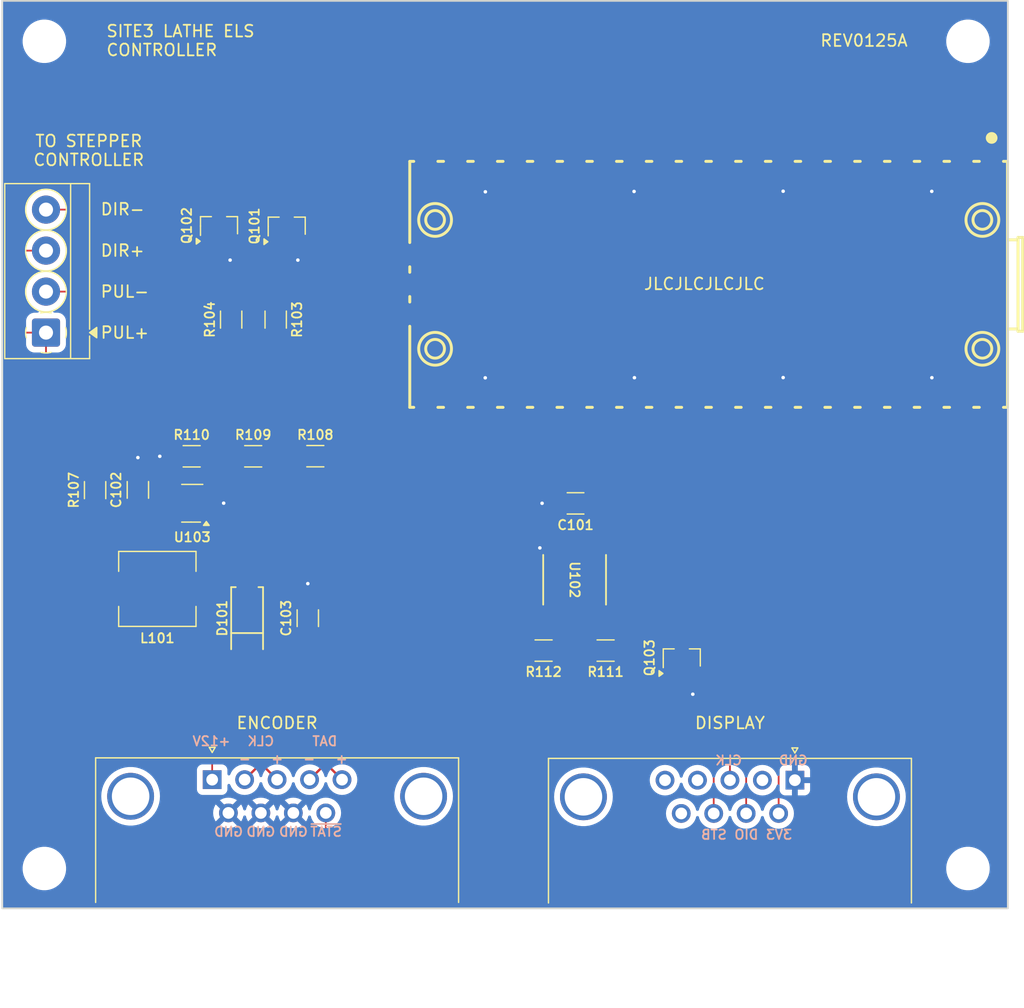
<source format=kicad_pcb>
(kicad_pcb (version 20240108) (generator "pcbnew") (generator_version "8.0")
  (layers (0 "F.Cu" signal) (31 "B.Cu" signal) (34 "B.Paste" user) (35 "F.Paste" user) (36 "B.SilkS" user "B.Silkscreen") (37 "F.SilkS" user "F.Silkscreen") (38 "B.Mask" user) (39 "F.Mask" user) (44 "Edge.Cuts" user))
  (net 0 "")
  (net 1 "+3.3V")
  (net 2 "GND")
  (net 3 "+5V")
  (net 4 "+12V")
  (net 5 "Net-(D101-A)")
  (net 6 "/DIS_DIO")
  (net 7 "/DIS_STB")
  (net 8 "/DIS_CLK")
  (net 9 "/ENC_DAT-")
  (net 10 "/ENC_CLK-")
  (net 11 "/ENC_CLK+")
  (net 12 "/~{ENC_STAT}")
  (net 13 "/ENC_DAT+")
  (net 14 "/STP_PUL-")
  (net 15 "/STP_DIR-")
  (net 16 "Net-(Q101-G)")
  (net 17 "Net-(Q102-G)")
  (net 18 "Net-(Q103-D)")
  (net 19 "Net-(U101-GP21)")
  (net 20 "Net-(U101-GP22)")
  (net 21 "Net-(U103-EN)")
  (net 22 "Net-(R108-Pad2)")
  (net 23 "Net-(U103-FB)")
  (net 30 "/ENC_DAT")
  (net 37 "/ENC_CLK")
  (footprint "Resistor_SMD:R_1206_3216Metric_Pad1.30x1.75mm_HandSolder" (layer "F.Cu") (at 160.14 117.50585)
    (property "Reference" "R112" (at 0 1.82 0) (layer "F.SilkS") (effects (font (size 0.8 0.8))))
    (property "Value" "120R" (hide yes))
    (pad "1" smd roundrect (at -1.55 0) (size 1.3 1.75) (layers "F.Cu" "F.Paste" "F.Mask") (roundrect_rratio 0.192308) (net 11 "/ENC_CLK+"))
    (pad "2" smd roundrect (at 1.55 0) (size 1.3 1.75) (layers "F.Cu" "F.Paste" "F.Mask") (roundrect_rratio 0.192308) (net 10 "/ENC_CLK-"))
  )
  (footprint "Capacitor_SMD:C_1206_3216Metric_Pad1.33x1.80mm_HandSolder" (layer "F.Cu") (at 125.52 103.7875 90)
    (property "Reference" "C102" (at 0 -1.85 90) (layer "F.SilkS") (effects (font (size 0.8 0.8))))
    (property "Value" "22µ" (hide yes))
    (pad "1" smd roundrect (at -1.5625 0 90) (size 1.325 1.8) (layers "F.Cu" "F.Paste" "F.Mask") (roundrect_rratio 0.188679) (net 3 "+5V"))
    (pad "2" smd roundrect (at 1.5625 0 90) (size 1.325 1.8) (layers "F.Cu" "F.Paste" "F.Mask") (roundrect_rratio 0.188679) (net 2 "GND"))
  )
  (footprint "Package_TO_SOT_SMD:SOT-23-6_Handsoldering" (layer "F.Cu") (at 130.16 104.9275 180)
    (property "Reference" "U103" (at 0 -2.9 0) (layer "F.SilkS") (effects (font (size 0.8 0.8))))
    (property "Value" "SDB628" (hide yes))
    (pad "1" smd roundrect (at -1.35 -0.95 180) (size 1.56 0.65) (layers "F.Cu" "F.Paste" "F.Mask") (net 5 "Net-(D101-A)"))
    (pad "2" smd roundrect (at -1.35 0 180) (size 1.56 0.65) (layers "F.Cu" "F.Paste" "F.Mask") (net 2 "GND"))
    (pad "3" smd roundrect (at -1.35 0.95 180) (size 1.56 0.65) (layers "F.Cu" "F.Paste" "F.Mask") (net 23 "Net-(U103-FB)"))
    (pad "4" smd roundrect (at 1.35 0.95 180) (size 1.56 0.65) (layers "F.Cu" "F.Paste" "F.Mask") (net 21 "Net-(U103-EN)"))
    (pad "5" smd roundrect (at 1.35 0 180) (size 1.56 0.65) (layers "F.Cu" "F.Paste" "F.Mask") (net 3 "+5V"))
    (pad "6" smd roundrect (at 1.35 -0.95 180) (size 1.56 0.65) (layers "F.Cu" "F.Paste" "F.Mask"))
  )
  (footprint "easyeda2kicad:COMM-SMD_L51.0-W21.0-P2.54_SC0916" (layer "F.Cu") (at 173.91 86.24 180)
    (property "Reference" "U101" (hide yes))
    (property "Value" "PI PICO" (hide yes))
    (pad "1" smd rect (at -24.45 10.09 180) (size 1.6 3.2) (layers "F.Cu" "F.Paste" "F.Mask"))
    (pad "2" smd rect (at -21.91 10.09 180) (size 1.6 3.2) (layers "F.Cu" "F.Paste" "F.Mask"))
    (pad "3" smd rect (at -19.37 10.09 180) (size 1.6 3.2) (layers "F.Cu" "F.Paste" "F.Mask") (net 2 "GND"))
    (pad "4" smd rect (at -16.83 10.09 180) (size 1.6 3.2) (layers "F.Cu" "F.Paste" "F.Mask"))
    (pad "5" smd rect (at -14.29 10.09 180) (size 1.6 3.2) (layers "F.Cu" "F.Paste" "F.Mask"))
    (pad "6" smd rect (at -11.75 10.09 180) (size 1.6 3.2) (layers "F.Cu" "F.Paste" "F.Mask"))
    (pad "7" smd rect (at -9.21 10.09 180) (size 1.6 3.2) (layers "F.Cu" "F.Paste" "F.Mask"))
    (pad "8" smd rect (at -6.67 10.09 180) (size 1.6 3.2) (layers "F.Cu" "F.Paste" "F.Mask") (net 2 "GND"))
    (pad "9" smd rect (at -4.13 10.09 180) (size 1.6 3.2) (layers "F.Cu" "F.Paste" "F.Mask"))
    (pad "10" smd rect (at -1.59 10.09 180) (size 1.6 3.2) (layers "F.Cu" "F.Paste" "F.Mask"))
    (pad "11" smd rect (at 0.95 10.09 180) (size 1.6 3.2) (layers "F.Cu" "F.Paste" "F.Mask"))
    (pad "12" smd rect (at 3.49 10.09 180) (size 1.6 3.2) (layers "F.Cu" "F.Paste" "F.Mask"))
    (pad "13" smd rect (at 6.03 10.09 180) (size 1.6 3.2) (layers "F.Cu" "F.Paste" "F.Mask") (net 2 "GND"))
    (pad "14" smd rect (at 8.57 10.09 180) (size 1.6 3.2) (layers "F.Cu" "F.Paste" "F.Mask"))
    (pad "15" smd rect (at 11.11 10.09 180) (size 1.6 3.2) (layers "F.Cu" "F.Paste" "F.Mask"))
    (pad "16" smd rect (at 13.65 10.09 180) (size 1.6 3.2) (layers "F.Cu" "F.Paste" "F.Mask"))
    (pad "17" smd rect (at 16.19 10.09 180) (size 1.6 3.2) (layers "F.Cu" "F.Paste" "F.Mask"))
    (pad "18" smd rect (at 18.73 10.09 180) (size 1.6 3.2) (layers "F.Cu" "F.Paste" "F.Mask") (net 2 "GND"))
    (pad "19" smd rect (at 21.27 10.09 180) (size 1.6 3.2) (layers "F.Cu" "F.Paste" "F.Mask"))
    (pad "20" smd rect (at 23.81 10.09 180) (size 1.6 3.2) (layers "F.Cu" "F.Paste" "F.Mask"))
    (pad "21" smd rect (at 23.81 -10.09 180) (size 1.6 3.2) (layers "F.Cu" "F.Paste" "F.Mask") (net 30 "/ENC_DAT"))
    (pad "22" smd rect (at 21.27 -10.09 180) (size 1.6 3.2) (layers "F.Cu" "F.Paste" "F.Mask"))
    (pad "23" smd rect (at 18.73 -10.09 180) (size 1.6 3.2) (layers "F.Cu" "F.Paste" "F.Mask") (net 2 "GND"))
    (pad "24" smd rect (at 16.19 -10.09 180) (size 1.6 3.2) (layers "F.Cu" "F.Paste" "F.Mask") (net 37 "/ENC_CLK"))
    (pad "25" smd rect (at 13.65 -10.09 180) (size 1.6 3.2) (layers "F.Cu" "F.Paste" "F.Mask"))
    (pad "26" smd rect (at 11.11 -10.09 180) (size 1.6 3.2) (layers "F.Cu" "F.Paste" "F.Mask") (net 18 "Net-(Q103-D)"))
    (pad "27" smd rect (at 8.57 -10.09 180) (size 1.6 3.2) (layers "F.Cu" "F.Paste" "F.Mask") (net 19 "Net-(U101-GP21)"))
    (pad "28" smd rect (at 6.03 -10.09 180) (size 1.6 3.2) (layers "F.Cu" "F.Paste" "F.Mask") (net 2 "GND"))
    (pad "29" smd rect (at 3.49 -10.09 180) (size 1.6 3.2) (layers "F.Cu" "F.Paste" "F.Mask") (net 20 "Net-(U101-GP22)"))
    (pad "30" smd rect (at 0.95 -10.09 180) (size 1.6 3.2) (layers "F.Cu" "F.Paste" "F.Mask"))
    (pad "31" smd rect (at -1.59 -10.09 180) (size 1.6 3.2) (layers "F.Cu" "F.Paste" "F.Mask") (net 7 "/DIS_STB"))
    (pad "32" smd rect (at -4.13 -10.09 180) (size 1.6 3.2) (layers "F.Cu" "F.Paste" "F.Mask") (net 8 "/DIS_CLK"))
    (pad "33" smd rect (at -6.67 -10.09 180) (size 1.6 3.2) (layers "F.Cu" "F.Paste" "F.Mask") (net 2 "GND"))
    (pad "34" smd rect (at -9.21 -10.09 180) (size 1.6 3.2) (layers "F.Cu" "F.Paste" "F.Mask") (net 6 "/DIS_DIO"))
    (pad "35" smd rect (at -11.75 -10.09 180) (size 1.6 3.2) (layers "F.Cu" "F.Paste" "F.Mask"))
    (pad "36" smd rect (at -14.29 -10.09 180) (size 1.6 3.2) (layers "F.Cu" "F.Paste" "F.Mask") (net 1 "+3.3V"))
    (pad "37" smd rect (at -16.83 -10.09 180) (size 1.6 3.2) (layers "F.Cu" "F.Paste" "F.Mask"))
    (pad "38" smd rect (at -19.37 -10.09 180) (size 1.6 3.2) (layers "F.Cu" "F.Paste" "F.Mask") (net 2 "GND"))
    (pad "39" smd rect (at -21.91 -10.09 180) (size 1.6 3.2) (layers "F.Cu" "F.Paste" "F.Mask"))
    (pad "40" smd rect (at -24.45 -10.09 180) (size 1.6 3.2) (layers "F.Cu" "F.Paste" "F.Mask") (net 3 "+5V"))
    (pad "41" smd rect (at 24.61 2.54 270) (size 1.6 3.2) (layers "F.Cu" "F.Paste" "F.Mask"))
    (pad "42" smd rect (at 24.61 0 270) (size 1.6 3.2) (layers "F.Cu" "F.Paste" "F.Mask"))
    (pad "43" smd rect (at 24.61 -2.54 270) (size 1.6 3.2) (layers "F.Cu" "F.Paste" "F.Mask"))
    (pad "TP1" smd rect (at -21.31 0 180) (size 1.5 1.5) (layers "F.Cu" "F.Paste" "F.Mask"))
    (pad "TP2" smd rect (at -24.61 -1 180) (size 1.5 1.5) (layers "F.Cu" "F.Paste" "F.Mask"))
    (pad "TP3" smd rect (at -24.61 1 180) (size 1.5 1.5) (layers "F.Cu" "F.Paste" "F.Mask"))
    (pad "TP4" smd rect (at -17.82 2.5 180) (size 1.5 1.5) (layers "F.Cu" "F.Paste" "F.Mask"))
    (pad "TP5" smd rect (at -15.19 2.5 180) (size 1.5 1.5) (layers "F.Cu" "F.Paste" "F.Mask"))
    (pad "TP6" smd rect (at -12.82 2.5 180) (size 1.5 1.5) (layers "F.Cu" "F.Paste" "F.Mask"))
  )
  (footprint "MountingHole:MountingHole_3.2mm_M3" (layer "F.Cu") (at 117.54 65.49)
    (property "Reference" "REF**" (hide yes))
    (property "Value" "MountingHole_3.2mm_M3" (hide yes))
    (pad "" np_thru_hole circle (at 0 0) (size 3.2 3.2) (drill 3.2) (layers "*.Cu" "*.Mask"))
  )
  (footprint "footprints:SO1SOP-8-A_TPK" (layer "F.Cu") (at 162.785 111.46 -90)
    (property "Reference" "U102" (at 0 0 -90) (layer "F.SilkS") (effects (font (size 0.8 0.8))))
    (property "Value" "TPT480L1-SO1R" (hide yes))
    (pad "1" smd rect (at -2.72415 -1.905 270) (size 1.4605 0.5588) (layers "F.Cu" "F.Paste" "F.Mask") (net 1 "+3.3V"))
    (pad "2" smd rect (at -2.72415 -0.635 270) (size 1.4605 0.5588) (layers "F.Cu" "F.Paste" "F.Mask") (net 30 "/ENC_DAT"))
    (pad "3" smd rect (at -2.72415 0.635 270) (size 1.4605 0.5588) (layers "F.Cu" "F.Paste" "F.Mask") (net 37 "/ENC_CLK"))
    (pad "4" smd rect (at -2.72415 1.905 270) (size 1.4605 0.5588) (layers "F.Cu" "F.Paste" "F.Mask") (net 2 "GND"))
    (pad "5" smd rect (at 2.72415 1.905 270) (size 1.4605 0.5588) (layers "F.Cu" "F.Paste" "F.Mask") (net 11 "/ENC_CLK+"))
    (pad "6" smd rect (at 2.72415 0.635 270) (size 1.4605 0.5588) (layers "F.Cu" "F.Paste" "F.Mask") (net 10 "/ENC_CLK-"))
    (pad "7" smd rect (at 2.72415 -0.635 270) (size 1.4605 0.5588) (layers "F.Cu" "F.Paste" "F.Mask") (net 9 "/ENC_DAT-"))
    (pad "8" smd rect (at 2.72415 -1.905 270) (size 1.4605 0.5588) (layers "F.Cu" "F.Paste" "F.Mask") (net 13 "/ENC_DAT+"))
  )
  (footprint "Package_TO_SOT_SMD:SOT-23_Handsoldering" (layer "F.Cu") (at 171.93 118.12 90)
    (property "Reference" "Q103" (at 0 -2.75 90) (layer "F.SilkS") (effects (font (size 0.8 0.8))))
    (property "Value" "SI2302" (hide yes))
    (pad "1" smd roundrect (at -1.5 -0.95 90) (size 1.9 0.8) (layers "F.Cu" "F.Paste" "F.Mask") (net 12 "/~{ENC_STAT}"))
    (pad "2" smd roundrect (at -1.5 0.95 90) (size 1.9 0.8) (layers "F.Cu" "F.Paste" "F.Mask") (net 2 "GND"))
    (pad "3" smd roundrect (at 1.5 0 90) (size 1.9 0.8) (layers "F.Cu" "F.Paste" "F.Mask") (net 18 "Net-(Q103-D)"))
  )
  (footprint "Resistor_SMD:R_1206_3216Metric_Pad1.30x1.75mm_HandSolder" (layer "F.Cu") (at 133.48 89.25 90)
    (property "Reference" "R104" (at 0 -1.82 90) (layer "F.SilkS") (effects (font (size 0.8 0.8))))
    (property "Value" "100R" (hide yes))
    (pad "1" smd roundrect (at -1.55 0 90) (size 1.3 1.75) (layers "F.Cu" "F.Paste" "F.Mask") (roundrect_rratio 0.192308) (net 19 "Net-(U101-GP21)"))
    (pad "2" smd roundrect (at 1.55 0 90) (size 1.3 1.75) (layers "F.Cu" "F.Paste" "F.Mask") (roundrect_rratio 0.192308) (net 17 "Net-(Q102-G)"))
  )
  (footprint "Capacitor_SMD:C_1206_3216Metric_Pad1.33x1.80mm_HandSolder" (layer "F.Cu") (at 162.865 104.94 180)
    (property "Reference" "C101" (at 0 -1.85 0) (layer "F.SilkS") (effects (font (size 0.8 0.8))))
    (property "Value" "100n" (hide yes))
    (pad "1" smd roundrect (at -1.5625 0 180) (size 1.325 1.8) (layers "F.Cu" "F.Paste" "F.Mask") (roundrect_rratio 0.188679) (net 1 "+3.3V"))
    (pad "2" smd roundrect (at 1.5625 0 180) (size 1.325 1.8) (layers "F.Cu" "F.Paste" "F.Mask") (roundrect_rratio 0.188679) (net 2 "GND"))
  )
  (footprint "Resistor_SMD:R_1206_3216Metric_Pad1.30x1.75mm_HandSolder" (layer "F.Cu") (at 135.36 100.92 180)
    (property "Reference" "R109" (at 0 1.83 0) (layer "F.SilkS") (effects (font (size 0.8 0.8))))
    (property "Value" "10k" (hide yes))
    (pad "1" smd roundrect (at -1.55 0 180) (size 1.3 1.75) (layers "F.Cu" "F.Paste" "F.Mask") (roundrect_rratio 0.192308) (net 22 "Net-(R108-Pad2)"))
    (pad "2" smd roundrect (at 1.55 0 180) (size 1.3 1.75) (layers "F.Cu" "F.Paste" "F.Mask") (roundrect_rratio 0.192308) (net 23 "Net-(U103-FB)"))
  )
  (footprint "easyeda2kicad:SMA_L4.4-W2.8-LS5.4-R-RD" (layer "F.Cu") (at 134.84 114.74 90)
    (property "Reference" "D101" (at 0 -2.12 90) (layer "F.SilkS") (effects (font (size 0.8 0.8))))
    (property "Value" "SS54" (hide yes))
    (pad "1" smd rect (at 2.5 0 90) (size 2.06 1.54) (layers "F.Cu" "F.Paste" "F.Mask") (net 5 "Net-(D101-A)"))
    (pad "2" smd rect (at -2.5 0 90) (size 2.06 1.54) (layers "F.Cu" "F.Paste" "F.Mask") (net 4 "+12V"))
  )
  (footprint "MountingHole:MountingHole_3.2mm_M3" (layer "F.Cu") (at 196.35 65.49 90)
    (property "Reference" "REF**" (hide yes))
    (property "Value" "MountingHole_3.2mm_M3" (hide yes))
    (pad "" np_thru_hole circle (at 0 0 90) (size 3.2 3.2) (drill 3.2) (layers "*.Cu" "*.Mask"))
  )
  (footprint "Connector_Dsub:DSUB-9_Male_Horizontal_P2.77x2.84mm_EdgePinOffset7.70mm_Housed_MountingHolesOffset9.12mm" (layer "F.Cu") (at 131.86 128.525)
    (property "Reference" "J102" (hide yes))
    (property "Value" "ENCODER")
    (pad "0" thru_hole circle (at -6.96 1.42) (size 4 4) (drill 3.2) (layers "*.Cu" "*.Mask"))
    (pad "0" thru_hole circle (at 18.04 1.42) (size 4 4) (drill 3.2) (layers "*.Cu" "*.Mask"))
    (pad "1" thru_hole rect (at 0 0) (size 1.6 1.6) (drill 1) (layers "*.Cu" "*.Mask") (net 4 "+12V"))
    (pad "2" thru_hole circle (at 2.77 0) (size 1.6 1.6) (drill 1) (layers "*.Cu" "*.Mask") (net 11 "/ENC_CLK+"))
    (pad "3" thru_hole circle (at 5.54 0) (size 1.6 1.6) (drill 1) (layers "*.Cu" "*.Mask") (net 10 "/ENC_CLK-"))
    (pad "4" thru_hole circle (at 8.31 0) (size 1.6 1.6) (drill 1) (layers "*.Cu" "*.Mask") (net 9 "/ENC_DAT-"))
    (pad "5" thru_hole circle (at 11.08 0) (size 1.6 1.6) (drill 1) (layers "*.Cu" "*.Mask") (net 13 "/ENC_DAT+"))
    (pad "6" thru_hole circle (at 1.385 2.84) (size 1.6 1.6) (drill 1) (layers "*.Cu" "*.Mask") (net 2 "GND"))
    (pad "7" thru_hole circle (at 4.155 2.84) (size 1.6 1.6) (drill 1) (layers "*.Cu" "*.Mask") (net 2 "GND"))
    (pad "8" thru_hole circle (at 6.925 2.84) (size 1.6 1.6) (drill 1) (layers "*.Cu" "*.Mask") (net 2 "GND"))
    (pad "9" thru_hole circle (at 9.695 2.84) (size 1.6 1.6) (drill 1) (layers "*.Cu" "*.Mask") (net 12 "/~{ENC_STAT}"))
  )
  (footprint "Resistor_SMD:R_1206_3216Metric_Pad1.30x1.75mm_HandSolder" (layer "F.Cu") (at 130.11 100.92 180)
    (property "Reference" "R110" (at 0 1.83 0) (layer "F.SilkS") (effects (font (size 0.8 0.8))))
    (property "Value" "1k" (hide yes))
    (pad "1" smd roundrect (at -1.55 0 180) (size 1.3 1.75) (layers "F.Cu" "F.Paste" "F.Mask") (roundrect_rratio 0.192308) (net 23 "Net-(U103-FB)"))
    (pad "2" smd roundrect (at 1.55 0 180) (size 1.3 1.75) (layers "F.Cu" "F.Paste" "F.Mask") (roundrect_rratio 0.192308) (net 2 "GND"))
  )
  (footprint "MountingHole:MountingHole_3.2mm_M3" (layer "F.Cu") (at 196.35 136.11)
    (property "Reference" "REF**" (hide yes))
    (property "Value" "MountingHole_3.2mm_M3" (hide yes))
    (pad "" np_thru_hole circle (at 0 0) (size 3.2 3.2) (drill 3.2) (layers "*.Cu" "*.Mask"))
  )
  (footprint "Inductor_SMD:L_6.3x6.3_H3" (layer "F.Cu") (at 127.18 112.24)
    (property "Reference" "L101" (at 0 4.21 0) (layer "F.SilkS") (effects (font (size 0.8 0.8))))
    (property "Value" "10µ" (hide yes))
    (pad "1" smd rect (at -2.75 0) (size 1.5 2.4) (layers "F.Cu" "F.Paste" "F.Mask") (net 3 "+5V"))
    (pad "2" smd rect (at 2.75 0) (size 1.5 2.4) (layers "F.Cu" "F.Paste" "F.Mask") (net 5 "Net-(D101-A)"))
  )
  (footprint "Resistor_SMD:R_1206_3216Metric_Pad1.30x1.75mm_HandSolder" (layer "F.Cu") (at 165.43 117.50585 180)
    (property "Reference" "R111" (at 0 -1.82 0) (layer "F.SilkS") (effects (font (size 0.8 0.8))))
    (property "Value" "120R" (hide yes))
    (pad "1" smd roundrect (at -1.55 0 180) (size 1.3 1.75) (layers "F.Cu" "F.Paste" "F.Mask") (roundrect_rratio 0.192308) (net 13 "/ENC_DAT+"))
    (pad "2" smd roundrect (at 1.55 0 180) (size 1.3 1.75) (layers "F.Cu" "F.Paste" "F.Mask") (roundrect_rratio 0.192308) (net 9 "/ENC_DAT-"))
  )
  (footprint "MountingHole:MountingHole_3.2mm_M3" (layer "F.Cu") (at 117.54 136.11)
    (property "Reference" "REF**" (hide yes))
    (property "Value" "MountingHole_3.2mm_M3" (hide yes))
    (pad "" np_thru_hole circle (at 0 0) (size 3.2 3.2) (drill 3.2) (layers "*.Cu" "*.Mask"))
  )
  (footprint "Capacitor_SMD:C_1206_3216Metric_Pad1.33x1.80mm_HandSolder" (layer "F.Cu") (at 140.02 114.74 90)
    (property "Reference" "C103" (at 0 -1.85 90) (layer "F.SilkS") (effects (font (size 0.8 0.8))))
    (property "Value" "22µ" (hide yes))
    (pad "1" smd roundrect (at -1.5625 0 90) (size 1.325 1.8) (layers "F.Cu" "F.Paste" "F.Mask") (roundrect_rratio 0.188679) (net 4 "+12V"))
    (pad "2" smd roundrect (at 1.5625 0 90) (size 1.325 1.8) (layers "F.Cu" "F.Paste" "F.Mask") (roundrect_rratio 0.188679) (net 2 "GND"))
  )
  (footprint "Package_TO_SOT_SMD:SOT-23_Handsoldering" (layer "F.Cu") (at 132.4425 81.22 90)
    (property "Reference" "Q102" (at 0 -2.75 90) (layer "F.SilkS") (effects (font (size 0.8 0.8))))
    (property "Value" "SI2302" (hide yes))
    (pad "1" smd roundrect (at -1.5 -0.95 90) (size 1.9 0.8) (layers "F.Cu" "F.Paste" "F.Mask") (net 17 "Net-(Q102-G)"))
    (pad "2" smd roundrect (at -1.5 0.95 90) (size 1.9 0.8) (layers "F.Cu" "F.Paste" "F.Mask") (net 2 "GND"))
    (pad "3" smd roundrect (at 1.5 0 90) (size 1.9 0.8) (layers "F.Cu" "F.Paste" "F.Mask") (net 14 "/STP_PUL-"))
  )
  (footprint "TerminalBlock_4Ucon:TerminalBlock_4Ucon_1x04_P3.50mm_Horizontal" (layer "F.Cu") (at 117.68 90.36 90)
    (property "Reference" "J103" (hide yes))
    (property "Value" "STEPPER DRIVER" (hide yes))
    (pad "1" thru_hole roundrect (at 0 0 90) (size 2.4 2.4) (drill 1.2) (layers "*.Cu" "*.Mask") (roundrect_rratio 0.104167) (net 3 "+5V"))
    (pad "2" thru_hole circle (at 3.5 0 90) (size 2.4 2.4) (drill 1.2) (layers "*.Cu" "*.Mask") (net 14 "/STP_PUL-"))
    (pad "3" thru_hole circle (at 7 0 90) (size 2.4 2.4) (drill 1.2) (layers "*.Cu" "*.Mask") (net 3 "+5V"))
    (pad "4" thru_hole circle (at 10.5 0 90) (size 2.4 2.4) (drill 1.2) (layers "*.Cu" "*.Mask") (net 15 "/STP_DIR-"))
  )
  (footprint "Resistor_SMD:R_1206_3216Metric_Pad1.30x1.75mm_HandSolder" (layer "F.Cu") (at 137.28 89.25 90)
    (property "Reference" "R103" (at 0 1.82 90) (layer "F.SilkS") (effects (font (size 0.8 0.8))))
    (property "Value" "100R" (hide yes))
    (pad "1" smd roundrect (at -1.55 0 90) (size 1.3 1.75) (layers "F.Cu" "F.Paste" "F.Mask") (roundrect_rratio 0.192308) (net 20 "Net-(U101-GP22)"))
    (pad "2" smd roundrect (at 1.55 0 90) (size 1.3 1.75) (layers "F.Cu" "F.Paste" "F.Mask") (roundrect_rratio 0.192308) (net 16 "Net-(Q101-G)"))
  )
  (footprint "Resistor_SMD:R_1206_3216Metric_Pad1.30x1.75mm_HandSolder" (layer "F.Cu") (at 140.66 100.91 180)
    (property "Reference" "R108" (at 0 1.82 0) (layer "F.SilkS") (effects (font (size 0.8 0.8))))
    (property "Value" "10k" (hide yes))
    (pad "1" smd roundrect (at -1.55 0 180) (size 1.3 1.75) (layers "F.Cu" "F.Paste" "F.Mask") (roundrect_rratio 0.192308) (net 4 "+12V"))
    (pad "2" smd roundrect (at 1.55 0 180) (size 1.3 1.75) (layers "F.Cu" "F.Paste" "F.Mask") (roundrect_rratio 0.192308) (net 22 "Net-(R108-Pad2)"))
  )
  (footprint "Connector_Dsub:DSUB-9_Female_Horizontal_P2.77x2.84mm_EdgePinOffset7.70mm_Housed_MountingHolesOffset9.12mm" (layer "F.Cu") (at 181.58 128.57)
    (property "Reference" "J101" (hide yes))
    (property "Value" "DISPLAY")
    (pad "0" thru_hole circle (at -18.04 1.42) (size 4 4) (drill 3.2) (layers "*.Cu" "*.Mask"))
    (pad "0" thru_hole circle (at 6.96 1.42) (size 4 4) (drill 3.2) (layers "*.Cu" "*.Mask"))
    (pad "1" thru_hole rect (at 0 0) (size 1.6 1.6) (drill 1) (layers "*.Cu" "*.Mask") (net 2 "GND"))
    (pad "2" thru_hole circle (at -2.77 0) (size 1.6 1.6) (drill 1) (layers "*.Cu" "*.Mask"))
    (pad "3" thru_hole circle (at -5.54 0) (size 1.6 1.6) (drill 1) (layers "*.Cu" "*.Mask") (net 8 "/DIS_CLK"))
    (pad "4" thru_hole circle (at -8.31 0) (size 1.6 1.6) (drill 1) (layers "*.Cu" "*.Mask"))
    (pad "5" thru_hole circle (at -11.08 0) (size 1.6 1.6) (drill 1) (layers "*.Cu" "*.Mask"))
    (pad "6" thru_hole circle (at -1.385 2.84) (size 1.6 1.6) (drill 1) (layers "*.Cu" "*.Mask") (net 1 "+3.3V"))
    (pad "7" thru_hole circle (at -4.155 2.84) (size 1.6 1.6) (drill 1) (layers "*.Cu" "*.Mask") (net 6 "/DIS_DIO"))
    (pad "8" thru_hole circle (at -6.925 2.84) (size 1.6 1.6) (drill 1) (layers "*.Cu" "*.Mask") (net 7 "/DIS_STB"))
    (pad "9" thru_hole circle (at -9.695 2.84) (size 1.6 1.6) (drill 1) (layers "*.Cu" "*.Mask"))
  )
  (footprint "Package_TO_SOT_SMD:SOT-23_Handsoldering" (layer "F.Cu") (at 138.22 81.26 90)
    (property "Reference" "Q101" (at 0 -2.75 90) (layer "F.SilkS") (effects (font (size 0.8 0.8))))
    (property "Value" "SI2302" (hide yes))
    (pad "1" smd roundrect (at -1.5 -0.95 90) (size 1.9 0.8) (layers "F.Cu" "F.Paste" "F.Mask") (net 16 "Net-(Q101-G)"))
    (pad "2" smd roundrect (at -1.5 0.95 90) (size 1.9 0.8) (layers "F.Cu" "F.Paste" "F.Mask") (net 2 "GND"))
    (pad "3" smd roundrect (at 1.5 0 90) (size 1.9 0.8) (layers "F.Cu" "F.Paste" "F.Mask") (net 15 "/STP_DIR-"))
  )
  (footprint "Resistor_SMD:R_1206_3216Metric_Pad1.30x1.75mm_HandSolder" (layer "F.Cu") (at 121.87 103.8075 90)
    (property "Reference" "R107" (at 0 -1.82 90) (layer "F.SilkS") (effects (font (size 0.8 0.8))))
    (property "Value" "10k" (hide yes))
    (pad "1" smd roundrect (at -1.55 0 90) (size 1.3 1.75) (layers "F.Cu" "F.Paste" "F.Mask") (roundrect_rratio 0.192308) (net 3 "+5V"))
    (pad "2" smd roundrect (at 1.55 0 90) (size 1.3 1.75) (layers "F.Cu" "F.Paste" "F.Mask") (roundrect_rratio 0.192308) (net 21 "Net-(U103-EN)"))
  )
  (gr_rect (start 113.95 62.04) (end 199.75 139.51) (stroke (width 0.15)) (fill none) (layer "Edge.Cuts"))
  (gr_text "+12V" (at 131.8 125.71 0) (layer "B.SilkS") (effects (font (size 0.8 0.8)) (justify bottom mirror)))
  (gr_text "STB" (at 174.67 133.69 0) (layer "B.SilkS") (effects (font (size 0.8 0.8)) (justify bottom mirror)))
  (gr_text "3V3" (at 180.22 133.69 0) (layer "B.SilkS") (effects (font (size 0.8 0.8)) (justify bottom mirror)))
  (gr_text "~{STAT}" (at 141.58 133.44 0) (layer "B.SilkS") (effects (font (size 0.8 0.8)) (justify bottom mirror)))
  (gr_text "GND" (at 138.79 133.44 0) (layer "B.SilkS") (effects (font (size 0.8 0.8)) (justify bottom mirror)))
  (gr_text "-" (at 134.64 127.22 0) (layer "B.SilkS") (effects (font (size 0.8 0.8)) (justify bottom mirror)))
  (gr_text "GND" (at 133.26 133.44 0) (layer "B.SilkS") (effects (font (size 0.8 0.8)) (justify bottom mirror)))
  (gr_text "GND" (at 136.01 133.44 0) (layer "B.SilkS") (effects (font (size 0.8 0.8)) (justify bottom mirror)))
  (gr_text "CLK" (at 175.93 127.35 0) (layer "B.SilkS") (effects (font (size 0.8 0.8)) (justify bottom mirror)))
  (gr_text "DAT" (at 141.47 125.71 0) (layer "B.SilkS") (effects (font (size 0.8 0.8)) (justify bottom mirror)))
  (gr_text "GND" (at 181.44 127.35 0) (layer "B.SilkS") (effects (font (size 0.8 0.8)) (justify bottom mirror)))
  (gr_text "DIO" (at 177.44 133.69 0) (layer "B.SilkS") (effects (font (size 0.8 0.8)) (justify bottom mirror)))
  (gr_text "-" (at 140.14 127.22 0) (layer "B.SilkS") (effects (font (size 0.8 0.8)) (justify bottom mirror)))
  (gr_text "CLK" (at 136.01 125.71 0) (layer "B.SilkS") (effects (font (size 0.8 0.8)) (justify bottom mirror)))
  (gr_text "+" (at 142.91 127.22 0) (layer "B.SilkS") (effects (font (size 0.8 0.8)) (justify bottom mirror)))
  (gr_text "+" (at 137.41 127.22 0) (layer "B.SilkS") (effects (font (size 0.8 0.8)) (justify bottom mirror)))
  (gr_text "SITE3 LATHE ELS\nCONTROLLER" (at 122.75 66.82 0) (layer "F.SilkS") (effects (font (size 1 1)) (justify left bottom)))
  (gr_text "PUL+" (at 122.26 90.36 0) (layer "F.SilkS") (effects (font (size 1 1)) (justify left)))
  (gr_text "TO STEPPER\nCONTROLLER" (at 121.33 76.2 0) (layer "F.SilkS") (effects (font (size 1 1)) (justify bottom)))
  (gr_text "REV0125A" (at 191.29 66.015028 0) (layer "F.SilkS") (effects (font (size 1 1)) (justify right bottom)))
  (gr_text "PUL-" (at 122.26 86.86 0) (layer "F.SilkS") (effects (font (size 1 1)) (justify left)))
  (gr_text "DIR+" (at 122.26 83.36 0) (layer "F.SilkS") (effects (font (size 1 1)) (justify left)))
  (gr_text "ENCODER" (at 137.4 124.27 0) (layer "F.SilkS") (effects (font (size 1 1)) (justify bottom)))
  (gr_text "DIR-" (at 122.26 79.83 0) (layer "F.SilkS") (effects (font (size 1 1)) (justify left)))
  (gr_text "JLCJLCJLCJLC" (at 173.86 86.2 0) (layer "F.SilkS") (effects (font (size 1 1))))
  (gr_text "DISPLAY" (at 176.04 124.27 0) (layer "F.SilkS") (effects (font (size 1 1)) (justify bottom)))
  (segment (start 171.68 104.34) (end 171.08 104.94) (width 0.15) (layer "F.Cu") (net 1))
  (segment (start 187.3 99.85) (end 187.38 99.85) (width 0.15) (layer "F.Cu") (net 1))
  (segment (start 181.61 99.85) (end 185.71 99.85) (width 0.15) (layer "F.Cu") (net 1))
  (segment (start 180.195 121.96) (end 180.875 121.28) (width 0.15) (layer "F.Cu") (net 1))
  (segment (start 171.08 104.94) (end 164.4275 104.94) (width 0.15) (layer "F.Cu") (net 1))
  (segment (start 187.41 93.34) (end 172.55 93.34) (width 0.15) (layer "F.Cu") (net 1))
  (segment (start 171.68 94.21) (end 171.68 104.34) (width 0.15) (layer "F.Cu") (net 1))
  (segment (start 187.1 99.85) (end 187.3 99.85) (width 0.15) (layer "F.Cu") (net 1))
  (segment (start 185.71 99.85) (end 187.1 99.85) (width 0.15) (layer "F.Cu") (net 1))
  (segment (start 180.875 121.28) (end 180.875 100.585) (width 0.15) (layer "F.Cu") (net 1))
  (segment (start 180.195 131.41) (end 180.195 121.96) (width 0.15) (layer "F.Cu") (net 1))
  (segment (start 164.69 106.93) (end 164.69 108.73585) (width 0.15) (layer "F.Cu") (net 1))
  (segment (start 188.2 94.13) (end 187.41 93.34) (width 0.15) (layer "F.Cu") (net 1))
  (segment (start 188.2 99.03) (end 188.2 96.33) (width 0.15) (layer "F.Cu") (net 1))
  (segment (start 164.4275 106.6675) (end 164.69 106.93) (width 0.15) (layer "F.Cu") (net 1))
  (segment (start 172.55 93.34) (end 171.68 94.21) (width 0.15) (layer "F.Cu") (net 1))
  (segment (start 187.3 99.85) (end 185.71 99.85) (width 0.15) (layer "F.Cu") (net 1))
  (segment (start 180.875 100.585) (end 181.61 99.85) (width 0.15) (layer "F.Cu") (net 1))
  (segment (start 164.4275 104.94) (end 164.4275 106.6675) (width 0.15) (layer "F.Cu") (net 1))
  (segment (start 188.2 96.33) (end 188.2 94.13) (width 0.15) (layer "F.Cu") (net 1))
  (segment (start 187.38 99.85) (end 188.2 99.03) (width 0.15) (layer "F.Cu") (net 1))
  (segment (start 131.51 104.9275) (end 132.8325 104.9275) (width 0.15) (layer "F.Cu") (net 2))
  (segment (start 125.52 102.225) (end 125.52 101.03) (width 0.15) (layer "F.Cu") (net 2))
  (segment (start 193.28 76.15) (end 193.28 78.28) (width 0.15) (layer "F.Cu") (net 2))
  (segment (start 172.88 119.62) (end 172.88 121.22) (width 0.15) (layer "F.Cu") (net 2))
  (segment (start 180.58 76.15) (end 180.58 78.29) (width 0.15) (layer "F.Cu") (net 2))
  (segment (start 167.88 78.29) (end 167.86 78.31) (width 0.15) (layer "F.Cu") (net 2))
  (segment (start 167.88 96.33) (end 167.88 94.22) (width 0.15) (layer "F.Cu") (net 2))
  (segment (start 139.17 82.76) (end 139.17 84.17) (width 0.15) (layer "F.Cu") (net 2))
  (segment (start 133.3925 82.72) (end 133.3925 84.1675) (width 0.15) (layer "F.Cu") (net 2))
  (segment (start 128.56 100.92) (end 127.39 100.92) (width 0.15) (layer "F.Cu") (net 2))
  (segment (start 193.28 94.22) (end 193.27 94.21) (width 0.15) (layer "F.Cu") (net 2))
  (segment (start 133.3925 84.1675) (end 133.39 84.17) (width 0.15) (layer "F.Cu") (net 2))
  (segment (start 159.82415 108.73585) (end 159.82 108.74) (width 0.15) (layer "F.Cu") (net 2))
  (segment (start 167.88 76.15) (end 167.88 78.29) (width 0.15) (layer "F.Cu") (net 2))
  (segment (start 161.3025 104.94) (end 160.02 104.94) (width 0.15) (layer "F.Cu") (net 2))
  (segment (start 180.58 96.33) (end 180.58 94.2) (width 0.15) (layer "F.Cu") (net 2))
  (segment (start 160.02 104.94) (end 160.01 104.93) (width 0.15) (layer "F.Cu") (net 2))
  (segment (start 193.28 78.28) (end 193.26 78.3) (width 0.15) (layer "F.Cu") (net 2))
  (segment (start 167.88 94.22) (end 167.89 94.21) (width 0.15) (layer "F.Cu") (net 2))
  (segment (start 172.88 121.22) (end 172.87 121.23) (width 0.15) (layer "F.Cu") (net 2))
  (segment (start 140.02 113.1775) (end 140.02 111.79) (width 0.15) (layer "F.Cu") (net 2))
  (segment (start 155.18 96.33) (end 155.18 94.24) (width 0.15) (layer "F.Cu") (net 2))
  (segment (start 155.18 76.15) (end 155.18 78.33) (width 0.15) (layer "F.Cu") (net 2))
  (segment (start 132.8325 104.9275) (end 132.84 104.92) (width 0.15) (layer "F.Cu") (net 2))
  (segment (start 160.88 108.73585) (end 159.82415 108.73585) (width 0.15) (layer "F.Cu") (net 2))
  (segment (start 193.28 96.33) (end 193.28 94.22) (width 0.15) (layer "F.Cu") (net 2))
  (segment (start 155.18 78.33) (end 155.17 78.34) (width 0.15) (layer "F.Cu") (net 2))
  (segment (start 155.18 94.24) (end 155.16 94.22) (width 0.15) (layer "F.Cu") (net 2))
  (via (at 180.58 94.2) (size 0.5) (drill 0.3) (layers "F.Cu" "B.Cu") (net 2))
  (via (at 180.58 78.29) (size 0.5) (drill 0.3) (layers "F.Cu" "B.Cu") (net 2))
  (via (at 127.39 100.92) (size 0.5) (drill 0.3) (layers "F.Cu" "B.Cu") (net 2))
  (via (at 132.84 104.92) (size 0.5) (drill 0.3) (layers "F.Cu" "B.Cu") (net 2))
  (via (at 167.89 94.21) (size 0.5) (drill 0.3) (layers "F.Cu" "B.Cu") (net 2))
  (via (at 172.87 121.23) (size 0.5) (drill 0.3) (layers "F.Cu" "B.Cu") (net 2))
  (via (at 125.52 101.03) (size 0.5) (drill 0.3) (layers "F.Cu" "B.Cu") (net 2))
  (via (at 139.17 84.17) (size 0.5) (drill 0.3) (layers "F.Cu" "B.Cu") (net 2))
  (via (at 140.02 111.79) (size 0.5) (drill 0.3) (layers "F.Cu" "B.Cu") (net 2))
  (via (at 167.86 78.31) (size 0.5) (drill 0.3) (layers "F.Cu" "B.Cu") (net 2))
  (via (at 155.16 94.22) (size 0.5) (drill 0.3) (layers "F.Cu" "B.Cu") (net 2))
  (via (at 193.26 78.3) (size 0.5) (drill 0.3) (layers "F.Cu" "B.Cu") (net 2))
  (via (at 160.01 104.93) (size 0.5) (drill 0.3) (layers "F.Cu" "B.Cu") (net 2))
  (via (at 193.27 94.21) (size 0.5) (drill 0.3) (layers "F.Cu" "B.Cu") (net 2))
  (via (at 159.82 108.74) (size 0.5) (drill 0.3) (layers "F.Cu" "B.Cu") (net 2))
  (via (at 155.17 78.34) (size 0.5) (drill 0.3) (layers "F.Cu" "B.Cu") (net 2))
  (via (at 133.39 84.17) (size 0.5) (drill 0.3) (layers "F.Cu" "B.Cu") (net 2))
  (segment (start 197.39 132.41) (end 198.36 131.44) (width 0.15) (layer "F.Cu") (net 3))
  (segment (start 117.68 94.06) (end 117.68 90.36) (width 0.15) (layer "F.Cu") (net 3))
  (segment (start 116.8575 105.3575) (end 116.15 104.65) (width 0.15) (layer "F.Cu") (net 3))
  (segment (start 115.3 83.93) (end 115.87 83.36) (width 0.15) (layer "F.Cu") (net 3))
  (segment (start 126.88 105.35) (end 125.52 105.35) (width 0.15) (layer "F.Cu") (net 3))
  (segment (start 124.43 108.22) (end 125.52 107.13) (width 0.15) (layer "F.Cu") (net 3))
  (segment (start 192.63 137.29) (end 192.63 133.42) (width 0.15) (layer "F.Cu") (net 3))
  (segment (start 115.91 90.36) (end 115.3 89.75) (width 0.15) (layer "F.Cu") (net 3))
  (segment (start 116.15 104.65) (end 116.15 95.59) (width 0.15) (layer "F.Cu") (net 3))
  (segment (start 198.36 131.44) (end 198.36 96.33) (width 0.15) (layer "F.Cu") (net 3))
  (segment (start 193.64 132.41) (end 197.39 132.41) (width 0.15) (layer "F.Cu") (net 3))
  (segment (start 192.63 133.42) (end 193.64 132.41) (width 0.15) (layer "F.Cu") (net 3))
  (segment (start 115.87 83.36) (end 117.68 83.36) (width 0.15) (layer "F.Cu") (net 3))
  (segment (start 127.3025 104.9275) (end 126.88 105.35) (width 0.15) (layer "F.Cu") (net 3))
  (segment (start 116.15 95.59) (end 117.68 94.06) (width 0.15) (layer "F.Cu") (net 3))
  (segment (start 121.77 112.79) (end 121.77 136.26) (width 0.15) (layer "F.Cu") (net 3))
  (segment (start 121.87 105.3575) (end 125.5125 105.3575) (width 0.15) (layer "F.Cu") (net 3))
  (segment (start 125.52 107.13) (end 125.52 105.35) (width 0.15) (layer "F.Cu") (net 3))
  (segment (start 122.32 112.24) (end 121.77 112.79) (width 0.15) (layer "F.Cu") (net 3))
  (segment (start 191.56 138.36) (end 192.63 137.29) (width 0.15) (layer "F.Cu") (net 3))
  (segment (start 124.43 112.24) (end 122.32 112.24) (width 0.15) (layer "F.Cu") (net 3))
  (segment (start 121.77 136.26) (end 123.87 138.36) (width 0.15) (layer "F.Cu") (net 3))
  (segment (start 121.87 105.3575) (end 116.8575 105.3575) (width 0.15) (layer "F.Cu") (net 3))
  (segment (start 123.87 138.36) (end 191.56 138.36) (width 0.15) (layer "F.Cu") (net 3))
  (segment (start 115.3 89.75) (end 115.3 83.93) (width 0.15) (layer "F.Cu") (net 3))
  (segment (start 128.81 104.9275) (end 127.3025 104.9275) (width 0.15) (layer "F.Cu") (net 3))
  (segment (start 117.68 90.36) (end 115.91 90.36) (width 0.15) (layer "F.Cu") (net 3))
  (segment (start 124.43 112.24) (end 124.43 108.22) (width 0.15) (layer "F.Cu") (net 3))
  (segment (start 125.5125 105.3575) (end 125.52 105.35) (width 0.15) (layer "F.Cu") (net 3))
  (segment (start 133.21 117.24) (end 134.84 117.24) (width 0.15) (layer "F.Cu") (net 4))
  (segment (start 140.02 116.3025) (end 141.6575 116.3025) (width 0.15) (layer "F.Cu") (net 4))
  (segment (start 134.84 117.24) (end 136.86 117.24) (width 0.15) (layer "F.Cu") (net 4))
  (segment (start 136.86 117.24) (end 137.7975 116.3025) (width 0.15) (layer "F.Cu") (net 4))
  (segment (start 131.86 128.525) (end 131.86 118.59) (width 0.15) (layer "F.Cu") (net 4))
  (segment (start 137.7975 116.3025) (end 140.02 116.3025) (width 0.15) (layer "F.Cu") (net 4))
  (segment (start 142.21 100.91) (end 142.21 115.75) (width 0.15) (layer "F.Cu") (net 4))
  (segment (start 141.6575 116.3025) (end 142.21 115.75) (width 0.15) (layer "F.Cu") (net 4))
  (segment (start 131.86 118.59) (end 133.21 117.24) (width 0.15) (layer "F.Cu") (net 4))
  (segment (start 131.51 105.8775) (end 131.51 112.21) (width 0.15) (layer "F.Cu") (net 5))
  (segment (start 129.93 112.24) (end 134.84 112.24) (width 0.15) (layer "F.Cu") (net 5))
  (segment (start 177.425 121.935) (end 178.06 121.3) (width 0.15) (layer "F.Cu") (net 6))
  (segment (start 178.72 99.08) (end 182.4 99.08) (width 0.15) (layer "F.Cu") (net 6))
  (segment (start 183.12 98.36) (end 183.12 96.33) (width 0.15) (layer "F.Cu") (net 6))
  (segment (start 178.06 99.74) (end 178.72 99.08) (width 0.15) (layer "F.Cu") (net 6))
  (segment (start 182.4 99.08) (end 183.12 98.36) (width 0.15) (layer "F.Cu") (net 6))
  (segment (start 177.425 131.41) (end 177.425 121.935) (width 0.15) (layer "F.Cu") (net 6))
  (segment (start 178.06 121.3) (end 178.06 99.74) (width 0.15) (layer "F.Cu") (net 6))
  (segment (start 174.655 131.41) (end 174.655 122.095) (width 0.15) (layer "F.Cu") (net 7))
  (segment (start 174.655 122.095) (end 175.5 121.25) (width 0.15) (layer "F.Cu") (net 7))
  (segment (start 175.5 96.33) (end 175.5 121.25) (width 0.15) (layer "F.Cu") (net 7))
  (segment (start 176.72 99.8) (end 178.04 98.48) (width 0.15) (layer "F.Cu") (net 8))
  (segment (start 176.72 121.25) (end 176.72 99.8) (width 0.15) (layer "F.Cu") (net 8))
  (segment (start 176.04 128.57) (end 176.04 121.93) (width 0.15) (layer "F.Cu") (net 8))
  (segment (start 176.04 121.93) (end 176.72 121.25) (width 0.15) (layer "F.Cu") (net 8))
  (segment (start 178.04 98.48) (end 178.04 96.33) (width 0.15) (layer "F.Cu") (net 8))
  (segment (start 141.329999 125.551801) (end 141.329999 127.365001) (width 0.2) (layer "F.Cu") (net 9))
  (segment (start 163.88 118.818351) (end 165.205 120.143351) (width 0.2) (layer "F.Cu") (net 9))
  (segment (start 163.88 115.79) (end 163.42 115.33) (width 0.2) (layer "F.Cu") (net 9))
  (segment (start 165.205 121.6768) (end 162.7368 124.145) (width 0.2) (layer "F.Cu") (net 9))
  (segment (start 162.7368 124.145) (end 142.7368 124.145) (width 0.2) (layer "F.Cu") (net 9))
  (segment (start 165.205 120.143351) (end 165.205 121.6768) (width 0.2) (layer "F.Cu") (net 9))
  (segment (start 141.329999 127.365001) (end 140.17 128.525) (width 0.2) (layer "F.Cu") (net 9))
  (segment (start 163.88 117.50585) (end 163.88 118.818351) (width 0.2) (layer "F.Cu") (net 9))
  (segment (start 142.7368 124.145) (end 141.329999 125.551801) (width 0.2) (layer "F.Cu") (net 9))
  (segment (start 163.88 117.50585) (end 163.88 115.79) (width 0.2) (layer "F.Cu") (net 9))
  (segment (start 163.42 115.33) (end 163.42 114.18415) (width 0.2) (layer "F.Cu") (net 9))
  (segment (start 136.240001 124.698199) (end 136.240001 127.365001) (width 0.2) (layer "F.Cu") (net 10))
  (segment (start 161.69 116.02) (end 162.15 115.56) (width 0.2) (layer "F.Cu") (net 10))
  (segment (start 159.7932 122.985) (end 137.9532 122.985) (width 0.2) (layer "F.Cu") (net 10))
  (segment (start 162.15 115.56) (end 162.15 114.18415) (width 0.2) (layer "F.Cu") (net 10))
  (segment (start 160.365 120.143351) (end 160.365 122.4132) (width 0.2) (layer "F.Cu") (net 10))
  (segment (start 161.69 117.50585) (end 161.69 116.02) (width 0.2) (layer "F.Cu") (net 10))
  (segment (start 136.240001 127.365001) (end 137.4 128.525) (width 0.2) (layer "F.Cu") (net 10))
  (segment (start 160.365 122.4132) (end 159.7932 122.985) (width 0.2) (layer "F.Cu") (net 10))
  (segment (start 161.69 118.818351) (end 160.365 120.143351) (width 0.2) (layer "F.Cu") (net 10))
  (segment (start 161.69 117.50585) (end 161.69 118.818351) (width 0.2) (layer "F.Cu") (net 10))
  (segment (start 137.9532 122.985) (end 136.240001 124.698199) (width 0.2) (layer "F.Cu") (net 10))
  (segment (start 158.87 115.78) (end 160.62 115.78) (width 0.2) (layer "F.Cu") (net 11))
  (segment (start 159.915 122.2268) (end 159.6068 122.535) (width 0.2) (layer "F.Cu") (net 11))
  (segment (start 158.59 117.50585) (end 158.59 116.06) (width 0.2) (layer "F.Cu") (net 11))
  (segment (start 159.6068 122.535) (end 137.7668 122.535) (width 0.2) (layer "F.Cu") (net 11))
  (segment (start 135.789999 124.511801) (end 135.789999 127.365001) (width 0.2) (layer "F.Cu") (net 11))
  (segment (start 159.915 120.143351) (end 159.915 122.2268) (width 0.2) (layer "F.Cu") (net 11))
  (segment (start 135.789999 127.365001) (end 134.63 128.525) (width 0.2) (layer "F.Cu") (net 11))
  (segment (start 160.62 115.78) (end 160.88 115.52) (width 0.2) (layer "F.Cu") (net 11))
  (segment (start 158.59 117.50585) (end 158.59 118.818351) (width 0.2) (layer "F.Cu") (net 11))
  (segment (start 160.88 115.52) (end 160.88 114.18415) (width 0.2) (layer "F.Cu") (net 11))
  (segment (start 158.59 116.06) (end 158.87 115.78) (width 0.2) (layer "F.Cu") (net 11))
  (segment (start 158.59 118.818351) (end 159.915 120.143351) (width 0.2) (layer "F.Cu") (net 11))
  (segment (start 137.7668 122.535) (end 135.789999 124.511801) (width 0.2) (layer "F.Cu") (net 11))
  (segment (start 156.41 132.52) (end 156.48 132.45) (width 0.15) (layer "F.Cu") (net 12))
  (segment (start 156.52 126.23) (end 157.18 125.57) (width 0.15) (layer "F.Cu") (net 12))
  (segment (start 156.52 129.22) (end 156.52 127.98) (width 0.15) (layer "F.Cu") (net 12))
  (segment (start 141.94 133.07) (end 155.86 133.07) (width 0.15) (layer "F.Cu") (net 12))
  (segment (start 156.52 127.98) (end 156.52 132.41) (width 0.15) (layer "F.Cu") (net 12))
  (segment (start 157.18 125.57) (end 170.31 125.57) (width 0.15) (layer "F.Cu") (net 12))
  (segment (start 170.98 124.9) (end 170.98 119.62) (width 0.15) (layer "F.Cu") (net 12))
  (segment (start 156.52 132.41) (end 156.41 132.52) (width 0.15) (layer "F.Cu") (net 12))
  (segment (start 156.52 127.98) (end 156.52 126.23) (width 0.15) (layer "F.Cu") (net 12))
  (segment (start 141.555 131.365) (end 141.555 132.685) (width 0.15) (layer "F.Cu") (net 12))
  (segment (start 156.48 129.26) (end 156.52 129.22) (width 0.15) (layer "F.Cu") (net 12))
  (segment (start 156.48 132.45) (end 156.48 129.26) (width 0.15) (layer "F.Cu") (net 12))
  (segment (start 141.555 132.685) (end 141.94 133.07) (width 0.15) (layer "F.Cu") (net 12))
  (segment (start 155.86 133.07) (end 156.41 132.52) (width 0.15) (layer "F.Cu") (net 12))
  (segment (start 170.31 125.57) (end 170.98 124.9) (width 0.15) (layer "F.Cu") (net 12))
  (segment (start 166.98 115.88) (end 166.98 117.50585) (width 0.2) (layer "F.Cu") (net 13))
  (segment (start 166.86 115.76) (end 166.98 115.88) (width 0.2) (layer "F.Cu") (net 13))
  (segment (start 165.655 120.143351) (end 165.655 121.8632) (width 0.2) (layer "F.Cu") (net 13))
  (segment (start 165.655 121.8632) (end 162.9232 124.595) (width 0.2) (layer "F.Cu") (net 13))
  (segment (start 141.780001 125.738199) (end 141.780001 127.365001) (width 0.2) (layer "F.Cu") (net 13))
  (segment (start 162.9232 124.595) (end 142.9232 124.595) (width 0.2) (layer "F.Cu") (net 13))
  (segment (start 141.780001 127.365001) (end 142.94 128.525) (width 0.2) (layer "F.Cu") (net 13))
  (segment (start 164.69 115.48) (end 164.97 115.76) (width 0.2) (layer "F.Cu") (net 13))
  (segment (start 166.98 117.50585) (end 166.98 118.818351) (width 0.2) (layer "F.Cu") (net 13))
  (segment (start 142.9232 124.595) (end 141.780001 125.738199) (width 0.2) (layer "F.Cu") (net 13))
  (segment (start 166.98 118.818351) (end 165.655 120.143351) (width 0.2) (layer "F.Cu") (net 13))
  (segment (start 164.97 115.76) (end 166.86 115.76) (width 0.2) (layer "F.Cu") (net 13))
  (segment (start 164.69 114.18415) (end 164.69 115.48) (width 0.2) (layer "F.Cu") (net 13))
  (segment (start 132.4425 79.72) (end 124.3 79.72) (width 0.15) (layer "F.Cu") (net 14))
  (segment (start 123.47 80.55) (end 123.47 86.26) (width 0.15) (layer "F.Cu") (net 14))
  (segment (start 123.47 86.26) (end 122.87 86.86) (width 0.15) (layer "F.Cu") (net 14))
  (segment (start 122.87 86.86) (end 117.68 86.86) (width 0.15) (layer "F.Cu") (net 14))
  (segment (start 124.3 79.72) (end 123.47 80.55) (width 0.15) (layer "F.Cu") (net 14))
  (segment (start 117.68 79.86) (end 122.62 79.86) (width 0.15) (layer "F.Cu") (net 15))
  (segment (start 137.61 77.2) (end 138.22 77.81) (width 0.15) (layer "F.Cu") (net 15))
  (segment (start 138.22 77.81) (end 138.22 79.76) (width 0.15) (layer "F.Cu") (net 15))
  (segment (start 123.36 77.92) (end 124.08 77.2) (width 0.15) (layer "F.Cu") (net 15))
  (segment (start 123.36 79.12) (end 123.36 77.92) (width 0.15) (layer "F.Cu") (net 15))
  (segment (start 124.08 77.2) (end 137.61 77.2) (width 0.15) (layer "F.Cu") (net 15))
  (segment (start 122.62 79.86) (end 123.36 79.12) (width 0.15) (layer "F.Cu") (net 15))
  (segment (start 137.28 87.7) (end 137.28 82.77) (width 0.15) (layer "F.Cu") (net 16))
  (segment (start 137.28 82.77) (end 137.27 82.76) (width 0.15) (layer "F.Cu") (net 16))
  (segment (start 133.48 87.7) (end 133.48 85.98) (width 0.15) (layer "F.Cu") (net 17))
  (segment (start 131.4925 83.9925) (end 131.4925 82.72) (width 0.15) (layer "F.Cu") (net 17))
  (segment (start 133.48 85.98) (end 131.4925 83.9925) (width 0.15) (layer "F.Cu") (net 17))
  (segment (start 171.12 111.49) (end 164.7 111.49) (width 0.15) (layer "F.Cu") (net 18))
  (segment (start 162.8 106.34) (end 162.8 96.33) (width 0.15) (layer "F.Cu") (net 18))
  (segment (start 164.06 110.85) (end 164.06 107.18) (width 0.15) (layer "F.Cu") (net 18))
  (segment (start 163.6 106.72) (end 163.18 106.72) (width 0.15) (layer "F.Cu") (net 18))
  (segment (start 164.06 107.18) (end 163.6 106.72) (width 0.15) (layer "F.Cu") (net 18))
  (segment (start 163.18 106.72) (end 162.8 106.34) (width 0.15) (layer "F.Cu") (net 18))
  (segment (start 171.93 116.62) (end 171.93 112.3) (width 0.15) (layer "F.Cu") (net 18))
  (segment (start 164.7 111.49) (end 164.06 110.85) (width 0.15) (layer "F.Cu") (net 18))
  (segment (start 171.93 112.3) (end 171.12 111.49) (width 0.15) (layer "F.Cu") (net 18))
  (segment (start 165.34 96.33) (end 165.34 94.19) (width 0.15) (layer "F.Cu") (net 19))
  (segment (start 165.34 94.19) (end 164.53 93.38) (width 0.15) (layer "F.Cu") (net 19))
  (segment (start 133.48 92.38) (end 134.48 93.38) (width 0.15) (layer "F.Cu") (net 19))
  (segment (start 134.48 93.38) (end 164.53 93.38) (width 0.15) (layer "F.Cu") (net 19))
  (segment (start 133.48 90.8) (end 133.48 92.38) (width 0.15) (layer "F.Cu") (net 19))
  (segment (start 137.28 91.88) (end 137.28 90.8) (width 0.15) (layer "F.Cu") (net 20))
  (segment (start 169.6 92.77) (end 138.17 92.77) (width 0.15) (layer "F.Cu") (net 20))
  (segment (start 170.42 93.59) (end 169.6 92.77) (width 0.15) (layer "F.Cu") (net 20))
  (segment (start 170.42 96.33) (end 170.42 93.59) (width 0.15) (layer "F.Cu") (net 20))
  (segment (start 138.17 92.77) (end 137.28 91.88) (width 0.15) (layer "F.Cu") (net 20))
  (segment (start 124.7875 103.9775) (end 128.81 103.9775) (width 0.15) (layer "F.Cu") (net 21))
  (segment (start 123.0675 102.2575) (end 124.7875 103.9775) (width 0.15) (layer "F.Cu") (net 21))
  (segment (start 121.87 102.2575) (end 123.0675 102.2575) (width 0.15) (layer "F.Cu") (net 21))
  (segment (start 136.91 100.92) (end 139.1 100.92) (width 0.15) (layer "F.Cu") (net 22))
  (segment (start 139.1 100.92) (end 139.11 100.91) (width 0.15) (layer "F.Cu") (net 22))
  (segment (start 131.51 103.9775) (end 131.51 103.15) (width 0.15) (layer "F.Cu") (net 23))
  (segment (start 133.81 100.92) (end 131.66 100.92) (width 0.15) (layer "F.Cu") (net 23))
  (segment (start 133.5 102.63) (end 133.81 102.32) (width 0.15) (layer "F.Cu") (net 23))
  (segment (start 132.03 102.63) (end 133.5 102.63) (width 0.15) (layer "F.Cu") (net 23))
  (segment (start 131.51 103.15) (end 132.03 102.63) (width 0.15) (layer "F.Cu") (net 23))
  (segment (start 133.81 102.32) (end 133.81 100.92) (width 0.15) (layer "F.Cu") (net 23))
  (segment (start 150.1 110.72) (end 150.87 111.49) (width 0.15) (layer "F.Cu") (net 30))
  (segment (start 162.58 111.49) (end 163.42 110.65) (width 0.15) (layer "F.Cu") (net 30))
  (segment (start 150.1 96.33) (end 150.1 110.72) (width 0.15) (layer "F.Cu") (net 30))
  (segment (start 163.42 110.65) (end 163.42 108.73585) (width 0.15) (layer "F.Cu") (net 30))
  (segment (start 150.87 111.49) (end 162.58 111.49) (width 0.15) (layer "F.Cu") (net 30))
  (segment (start 161.6 106.73) (end 158.42 106.73) (width 0.15) (layer "F.Cu") (net 37))
  (segment (start 158.42 106.73) (end 157.72 106.03) (width 0.15) (layer "F.Cu") (net 37))
  (segment (start 162.15 107.28) (end 161.6 106.73) (width 0.15) (layer "F.Cu") (net 37))
  (segment (start 162.15 108.73585) (end 162.15 107.28) (width 0.15) (layer "F.Cu") (net 37))
  (segment (start 157.72 106.03) (end 157.72 96.33) (width 0.15) (layer "F.Cu") (net 37))
  (zone (net 2) (net_name "GND") (layer "B.Cu") (connect_pads (clearance 0.5)) (min_thickness 0.25) (fill yes (thermal_gap 0.5) (thermal_bridge_width 0.5))
    (polygon (pts (xy 199.74 62.03) (xy 199.74 139.51) (xy 113.95 139.5) (xy 113.93 62.01) (xy 113.93 62.02)))
  )
)
</source>
